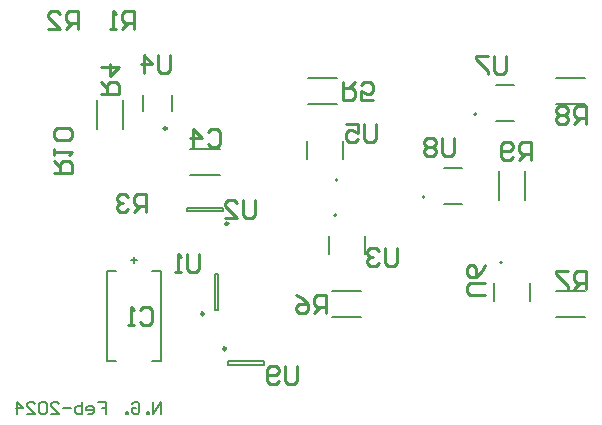
<source format=gbo>
G04*
G04 #@! TF.GenerationSoftware,Altium Limited,Altium Designer,24.1.2 (44)*
G04*
G04 Layer_Color=32896*
%FSLAX44Y44*%
%MOMM*%
G71*
G04*
G04 #@! TF.SameCoordinates,213EFF85-FE73-46F0-9486-E91859054EE2*
G04*
G04*
G04 #@! TF.FilePolarity,Positive*
G04*
G01*
G75*
%ADD10C,0.2500*%
%ADD11C,0.2000*%
%ADD12C,0.2540*%
%ADD53C,0.1270*%
D10*
X237747Y61999D02*
G03*
X237747Y61999I-1250J0D01*
G01*
X187750Y248500D02*
G03*
X187750Y248500I-1250J0D01*
G01*
X239750Y168000D02*
G03*
X239750Y168000I-1250J0D01*
G01*
X219250Y91500D02*
G03*
X219250Y91500I-1250J0D01*
G01*
D11*
X332500Y205000D02*
G03*
X332500Y205000I-1000J0D01*
G01*
X406000Y190500D02*
G03*
X406000Y190500I-1000J0D01*
G01*
X331500Y175000D02*
G03*
X331500Y175000I-1000J0D01*
G01*
X450000Y260500D02*
G03*
X450000Y260500I-1000J0D01*
G01*
X471500Y135000D02*
G03*
X471500Y135000I-1000J0D01*
G01*
X239498Y48499D02*
Y51499D01*
X270497Y48499D02*
Y51499D01*
X239498D02*
X270497D01*
X239498Y48499D02*
X270497D01*
X192500Y263250D02*
Y276750D01*
X167500D02*
X168000D01*
X192000D02*
X192500D01*
X167500Y263250D02*
Y276750D01*
Y263250D02*
X168000D01*
X192000D02*
X192500D01*
X307709Y291000D02*
X332291D01*
X307709Y269000D02*
X332291D01*
X517709Y89000D02*
X542291D01*
X517709Y111000D02*
X542291D01*
X469000Y187709D02*
Y212291D01*
X491000Y187709D02*
Y212291D01*
X517709Y269000D02*
X542291D01*
X517709Y291000D02*
X542291D01*
X327709Y111000D02*
X352291D01*
X327709Y89000D02*
X352291D01*
X157500Y137000D02*
X162500D01*
X160000Y134500D02*
Y139500D01*
X175400Y52000D02*
X183000D01*
X137000D02*
X144600D01*
X137000D02*
Y128000D01*
X175400D02*
X183000D01*
X137000D02*
X144600D01*
X183000Y52000D02*
Y128000D01*
X207469Y231250D02*
X232531D01*
X207469Y208750D02*
X232531D01*
X235500Y178500D02*
Y181500D01*
X204500Y178500D02*
Y181500D01*
Y178500D02*
X235500D01*
X204500Y181500D02*
X235500D01*
X228500Y94500D02*
X231500D01*
X228500Y125500D02*
X231500D01*
X228500Y94500D02*
Y125500D01*
X231500Y94500D02*
Y125500D01*
X129000Y247709D02*
Y272291D01*
X151000Y247709D02*
Y272291D01*
X183000Y7000D02*
Y16997D01*
X176336Y7000D01*
Y16997D01*
X173003Y7000D02*
Y8666D01*
X171337D01*
Y7000D01*
X173003D01*
X158008Y15331D02*
X159674Y16997D01*
X163006D01*
X164673Y15331D01*
Y8666D01*
X163006Y7000D01*
X159674D01*
X158008Y8666D01*
Y11998D01*
X161340D01*
X154676Y7000D02*
Y8666D01*
X153010D01*
Y7000D01*
X154676D01*
X129684Y16997D02*
X136348D01*
Y11998D01*
X133016D01*
X136348D01*
Y7000D01*
X121353D02*
X124685D01*
X126352Y8666D01*
Y11998D01*
X124685Y13664D01*
X121353D01*
X119687Y11998D01*
Y10332D01*
X126352D01*
X116355Y16997D02*
Y7000D01*
X111356D01*
X109690Y8666D01*
Y10332D01*
Y11998D01*
X111356Y13664D01*
X116355D01*
X106358Y11998D02*
X99694D01*
X89697Y7000D02*
X96361D01*
X89697Y13664D01*
Y15331D01*
X91363Y16997D01*
X94695D01*
X96361Y15331D01*
X86364D02*
X84698Y16997D01*
X81366D01*
X79700Y15331D01*
Y8666D01*
X81366Y7000D01*
X84698D01*
X86364Y8666D01*
Y15331D01*
X69703Y7000D02*
X76368D01*
X69703Y13664D01*
Y15331D01*
X71369Y16997D01*
X74702D01*
X76368Y15331D01*
X61372Y7000D02*
Y16997D01*
X66371Y11998D01*
X59706D01*
D12*
X364696Y252617D02*
Y239922D01*
X362157Y237383D01*
X357078D01*
X354539Y239922D01*
Y252617D01*
X339304D02*
X349461D01*
Y245000D01*
X344383Y247539D01*
X341843D01*
X339304Y245000D01*
Y239922D01*
X341843Y237383D01*
X346922D01*
X349461Y239922D01*
X297696Y47618D02*
Y34922D01*
X295157Y32383D01*
X290078D01*
X287539Y34922D01*
Y47618D01*
X282461Y34922D02*
X279922Y32383D01*
X274843D01*
X272304Y34922D01*
Y45078D01*
X274843Y47618D01*
X279922D01*
X282461Y45078D01*
Y42539D01*
X279922Y40000D01*
X272304D01*
X215157Y142618D02*
Y129922D01*
X212617Y127382D01*
X207539D01*
X205000Y129922D01*
Y142618D01*
X199922Y127382D02*
X194843D01*
X197382D01*
Y142618D01*
X199922Y140078D01*
X495972Y221792D02*
Y237027D01*
X488354D01*
X485815Y234488D01*
Y229410D01*
X488354Y226870D01*
X495972D01*
X490894D02*
X485815Y221792D01*
X480737Y224331D02*
X478198Y221792D01*
X473119D01*
X470580Y224331D01*
Y234488D01*
X473119Y237027D01*
X478198D01*
X480737Y234488D01*
Y231949D01*
X478198Y229410D01*
X470580D01*
X542696Y252383D02*
Y267617D01*
X535078D01*
X532539Y265078D01*
Y260000D01*
X535078Y257461D01*
X542696D01*
X537618D02*
X532539Y252383D01*
X527461Y265078D02*
X524922Y267617D01*
X519843D01*
X517304Y265078D01*
Y262539D01*
X519843Y260000D01*
X517304Y257461D01*
Y254922D01*
X519843Y252383D01*
X524922D01*
X527461Y254922D01*
Y257461D01*
X524922Y260000D01*
X527461Y262539D01*
Y265078D01*
X524922Y260000D02*
X519843D01*
X542696Y112382D02*
Y127618D01*
X535078D01*
X532539Y125078D01*
Y120000D01*
X535078Y117461D01*
X542696D01*
X537618D02*
X532539Y112382D01*
X527461Y127618D02*
X517304D01*
Y125078D01*
X527461Y114922D01*
Y112382D01*
X322696Y92382D02*
Y107618D01*
X315078D01*
X312539Y105078D01*
Y100000D01*
X315078Y97461D01*
X322696D01*
X317617D02*
X312539Y92382D01*
X297304Y107618D02*
X302383Y105078D01*
X307461Y100000D01*
Y94922D01*
X304922Y92382D01*
X299843D01*
X297304Y94922D01*
Y97461D01*
X299843Y100000D01*
X307461D01*
X430948Y240075D02*
Y227379D01*
X428409Y224840D01*
X423330D01*
X420791Y227379D01*
Y240075D01*
X415713Y237536D02*
X413174Y240075D01*
X408095D01*
X405556Y237536D01*
Y234997D01*
X408095Y232458D01*
X405556Y229918D01*
Y227379D01*
X408095Y224840D01*
X413174D01*
X415713Y227379D01*
Y229918D01*
X413174Y232458D01*
X415713Y234997D01*
Y237536D01*
X413174Y232458D02*
X408095D01*
X474890Y310179D02*
Y297483D01*
X472351Y294944D01*
X467272D01*
X464733Y297483D01*
Y310179D01*
X459655D02*
X449498D01*
Y307640D01*
X459655Y297483D01*
Y294944D01*
X457618Y107304D02*
X444922D01*
X442383Y109843D01*
Y114922D01*
X444922Y117461D01*
X457618D01*
Y132696D02*
X455078Y127618D01*
X450000Y122539D01*
X444922D01*
X442383Y125078D01*
Y130157D01*
X444922Y132696D01*
X447461D01*
X450000Y130157D01*
Y122539D01*
X190918Y310941D02*
Y298245D01*
X188379Y295706D01*
X183300D01*
X180761Y298245D01*
Y310941D01*
X168065Y295706D02*
Y310941D01*
X175683Y303323D01*
X165526D01*
X382696Y147618D02*
Y134922D01*
X380157Y132382D01*
X375078D01*
X372539Y134922D01*
Y147618D01*
X367461Y145078D02*
X364922Y147618D01*
X359843D01*
X357304Y145078D01*
Y142539D01*
X359843Y140000D01*
X362383D01*
X359843D01*
X357304Y137461D01*
Y134922D01*
X359843Y132382D01*
X364922D01*
X367461Y134922D01*
X262696Y187617D02*
Y174922D01*
X260157Y172383D01*
X255078D01*
X252539Y174922D01*
Y187617D01*
X237304Y172383D02*
X247461D01*
X237304Y182539D01*
Y185078D01*
X239843Y187617D01*
X244922D01*
X247461Y185078D01*
X92382Y210956D02*
X107618D01*
Y218574D01*
X105078Y221113D01*
X100000D01*
X97461Y218574D01*
Y210956D01*
Y216035D02*
X92382Y221113D01*
Y226191D02*
Y231270D01*
Y228730D01*
X107618D01*
X105078Y226191D01*
Y238887D02*
X107618Y241426D01*
Y246505D01*
X105078Y249044D01*
X94922D01*
X92382Y246505D01*
Y241426D01*
X94922Y238887D01*
X105078D01*
X337304Y287617D02*
Y272383D01*
X344922D01*
X347461Y274922D01*
Y280000D01*
X344922Y282539D01*
X337304D01*
X342383D02*
X347461Y287617D01*
X362696Y272383D02*
X352539D01*
Y280000D01*
X357617Y277461D01*
X360157D01*
X362696Y280000D01*
Y285078D01*
X360157Y287617D01*
X355078D01*
X352539Y285078D01*
X132382Y277304D02*
X147618D01*
Y284922D01*
X145078Y287461D01*
X140000D01*
X137461Y284922D01*
Y277304D01*
Y282382D02*
X132382Y287461D01*
Y300157D02*
X147618D01*
X140000Y292539D01*
Y302696D01*
X170598Y177850D02*
Y193085D01*
X162980D01*
X160441Y190546D01*
Y185467D01*
X162980Y182928D01*
X170598D01*
X165520D02*
X160441Y177850D01*
X155363Y190546D02*
X152824Y193085D01*
X147745D01*
X145206Y190546D01*
Y188007D01*
X147745Y185467D01*
X150285D01*
X147745D01*
X145206Y182928D01*
Y180389D01*
X147745Y177850D01*
X152824D01*
X155363Y180389D01*
X112696Y332383D02*
Y347617D01*
X105078D01*
X102539Y345078D01*
Y340000D01*
X105078Y337461D01*
X112696D01*
X107618D02*
X102539Y332383D01*
X87304D02*
X97461D01*
X87304Y342539D01*
Y345078D01*
X89843Y347617D01*
X94922D01*
X97461Y345078D01*
X160157Y332383D02*
Y347617D01*
X152539D01*
X150000Y345078D01*
Y340000D01*
X152539Y337461D01*
X160157D01*
X155078D02*
X150000Y332383D01*
X144922D02*
X139843D01*
X142382D01*
Y347617D01*
X144922Y345078D01*
X222539Y245078D02*
X225078Y247617D01*
X230157D01*
X232696Y245078D01*
Y234922D01*
X230157Y232383D01*
X225078D01*
X222539Y234922D01*
X209843Y232383D02*
Y247617D01*
X217461Y240000D01*
X207304D01*
X165000Y95078D02*
X167539Y97618D01*
X172617D01*
X175157Y95078D01*
Y84922D01*
X172617Y82382D01*
X167539D01*
X165000Y84922D01*
X159922Y82382D02*
X154843D01*
X157382D01*
Y97618D01*
X159922Y95078D01*
D53*
X337200Y222500D02*
Y237500D01*
X306800Y222500D02*
Y237500D01*
X422500Y215200D02*
X437500D01*
X422500Y184800D02*
X437500D01*
X355200Y142500D02*
Y157500D01*
X324800Y142500D02*
Y157500D01*
X466500Y285200D02*
X481500D01*
X466500Y254800D02*
X481500D01*
X495200Y102500D02*
Y117500D01*
X464800Y102500D02*
Y117500D01*
M02*

</source>
